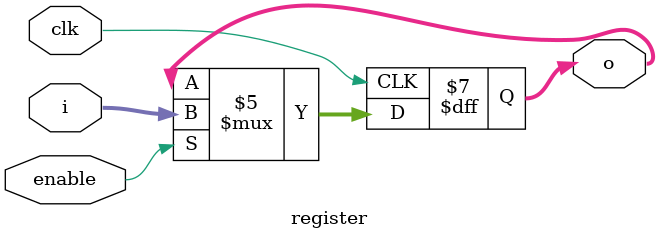
<source format=v>
module register(o,i,clk,enable);
input [31:0] i;
input enable;
input clk;
output [31:0] o;

reg [31:0] o;



initial begin
    o=0;
end

always @(posedge clk)
begin
    if(enable==1'b1) begin
        o=i;
    end
    else begin
        ;
    end
end

endmodule

</source>
